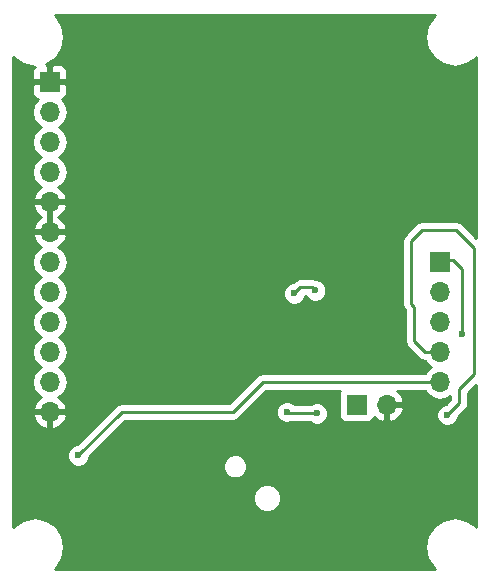
<source format=gbr>
G04 #@! TF.FileFunction,Copper,L2,Bot,Signal*
%FSLAX46Y46*%
G04 Gerber Fmt 4.6, Leading zero omitted, Abs format (unit mm)*
G04 Created by KiCad (PCBNEW 4.0.7) date 04/18/19 12:47:30*
%MOMM*%
%LPD*%
G01*
G04 APERTURE LIST*
%ADD10C,0.100000*%
%ADD11R,1.700000X1.700000*%
%ADD12O,1.700000X1.700000*%
%ADD13C,0.600000*%
%ADD14C,0.250000*%
%ADD15C,0.254000*%
G04 APERTURE END LIST*
D10*
D11*
X115570000Y-107950000D03*
D12*
X115570000Y-110490000D03*
X115570000Y-113030000D03*
X115570000Y-115570000D03*
X115570000Y-118110000D03*
X115570000Y-120650000D03*
X115570000Y-123190000D03*
X115570000Y-125730000D03*
X115570000Y-128270000D03*
X115570000Y-130810000D03*
X115570000Y-133350000D03*
X115570000Y-135890000D03*
D11*
X148590000Y-123190000D03*
D12*
X148590000Y-125730000D03*
X148590000Y-128270000D03*
X148590000Y-130810000D03*
X148590000Y-133350000D03*
D11*
X141541500Y-135280400D03*
D12*
X144081500Y-135280400D03*
D13*
X150495000Y-129286000D03*
X136271000Y-125857000D03*
X138049000Y-125603000D03*
X117983000Y-139573000D03*
X149225000Y-136144000D03*
X138176000Y-136017000D03*
X135636000Y-135890000D03*
X131318000Y-118364000D03*
X136271000Y-118491000D03*
D14*
X149733000Y-123063000D02*
X148717000Y-123063000D01*
X150495000Y-123825000D02*
X149733000Y-123063000D01*
X150495000Y-129286000D02*
X150495000Y-123825000D01*
X148717000Y-123063000D02*
X148590000Y-123190000D01*
X136271000Y-125857000D02*
X136779000Y-125349000D01*
X136779000Y-125349000D02*
X137795000Y-125349000D01*
X137795000Y-125349000D02*
X138049000Y-125603000D01*
X133604000Y-133350000D02*
X148590000Y-133350000D01*
X131064000Y-135890000D02*
X133604000Y-133350000D01*
X121666000Y-135890000D02*
X131064000Y-135890000D01*
X117983000Y-139573000D02*
X121666000Y-135890000D01*
X147320000Y-130810000D02*
X148590000Y-130810000D01*
X146431000Y-129921000D02*
X147320000Y-130810000D01*
X146431000Y-127000000D02*
X146431000Y-129921000D01*
X146177000Y-126746000D02*
X146431000Y-127000000D01*
X146177000Y-121412000D02*
X146177000Y-126746000D01*
X147066000Y-120523000D02*
X146177000Y-121412000D01*
X149987000Y-120523000D02*
X147066000Y-120523000D01*
X151511000Y-122047000D02*
X149987000Y-120523000D01*
X151511000Y-132715000D02*
X151511000Y-122047000D01*
X150241000Y-133985000D02*
X151511000Y-132715000D01*
X150241000Y-135128000D02*
X150241000Y-133985000D01*
X149225000Y-136144000D02*
X150241000Y-135128000D01*
X135763000Y-136017000D02*
X138176000Y-136017000D01*
X135636000Y-135890000D02*
X135763000Y-136017000D01*
X131826000Y-117856000D02*
X131318000Y-118364000D01*
X135636000Y-117856000D02*
X131826000Y-117856000D01*
X136271000Y-118491000D02*
X135636000Y-117856000D01*
D15*
G36*
X148087954Y-102367954D02*
X147544711Y-103180976D01*
X147353949Y-104140000D01*
X147544711Y-105099024D01*
X148087954Y-105912046D01*
X148900976Y-106455289D01*
X149860000Y-106646051D01*
X150819024Y-106455289D01*
X151632046Y-105912046D01*
X151690000Y-105825312D01*
X151690000Y-121151198D01*
X150524401Y-119985599D01*
X150277839Y-119820852D01*
X149987000Y-119763000D01*
X147066000Y-119763000D01*
X146775161Y-119820852D01*
X146528599Y-119985599D01*
X145639599Y-120874599D01*
X145474852Y-121121161D01*
X145417000Y-121412000D01*
X145417000Y-126746000D01*
X145474852Y-127036839D01*
X145639599Y-127283401D01*
X145671000Y-127314802D01*
X145671000Y-129921000D01*
X145728852Y-130211839D01*
X145893599Y-130458401D01*
X146782599Y-131347401D01*
X147029161Y-131512148D01*
X147316593Y-131569322D01*
X147510853Y-131860054D01*
X147840026Y-132080000D01*
X147510853Y-132299946D01*
X147317046Y-132590000D01*
X133604000Y-132590000D01*
X133361414Y-132638254D01*
X133313160Y-132647852D01*
X133066599Y-132812599D01*
X130749198Y-135130000D01*
X121666000Y-135130000D01*
X121375161Y-135187852D01*
X121128599Y-135352599D01*
X117843320Y-138637878D01*
X117797833Y-138637838D01*
X117454057Y-138779883D01*
X117190808Y-139042673D01*
X117048162Y-139386201D01*
X117047838Y-139758167D01*
X117189883Y-140101943D01*
X117452673Y-140365192D01*
X117796201Y-140507838D01*
X118168167Y-140508162D01*
X118511943Y-140366117D01*
X118775192Y-140103327D01*
X118917838Y-139759799D01*
X118917879Y-139712923D01*
X121980802Y-136650000D01*
X131064000Y-136650000D01*
X131354839Y-136592148D01*
X131601401Y-136427401D01*
X131953635Y-136075167D01*
X134700838Y-136075167D01*
X134842883Y-136418943D01*
X135105673Y-136682192D01*
X135449201Y-136824838D01*
X135821167Y-136825162D01*
X135937728Y-136777000D01*
X137613537Y-136777000D01*
X137645673Y-136809192D01*
X137989201Y-136951838D01*
X138361167Y-136952162D01*
X138704943Y-136810117D01*
X138968192Y-136547327D01*
X139110838Y-136203799D01*
X139111162Y-135831833D01*
X138969117Y-135488057D01*
X138706327Y-135224808D01*
X138362799Y-135082162D01*
X137990833Y-135081838D01*
X137647057Y-135223883D01*
X137613882Y-135257000D01*
X136325241Y-135257000D01*
X136166327Y-135097808D01*
X135822799Y-134955162D01*
X135450833Y-134954838D01*
X135107057Y-135096883D01*
X134843808Y-135359673D01*
X134701162Y-135703201D01*
X134700838Y-136075167D01*
X131953635Y-136075167D01*
X133918802Y-134110000D01*
X140141880Y-134110000D01*
X140095069Y-134178510D01*
X140044060Y-134430400D01*
X140044060Y-136130400D01*
X140088338Y-136365717D01*
X140227410Y-136581841D01*
X140439610Y-136726831D01*
X140691500Y-136777840D01*
X142391500Y-136777840D01*
X142626817Y-136733562D01*
X142842941Y-136594490D01*
X142987931Y-136382290D01*
X143009801Y-136274293D01*
X143314576Y-136552045D01*
X143724610Y-136721876D01*
X143954500Y-136600555D01*
X143954500Y-135407400D01*
X144208500Y-135407400D01*
X144208500Y-136600555D01*
X144438390Y-136721876D01*
X144848424Y-136552045D01*
X145276683Y-136161758D01*
X145522986Y-135637292D01*
X145402319Y-135407400D01*
X144208500Y-135407400D01*
X143954500Y-135407400D01*
X143934500Y-135407400D01*
X143934500Y-135153400D01*
X143954500Y-135153400D01*
X143954500Y-135133400D01*
X144208500Y-135133400D01*
X144208500Y-135153400D01*
X145402319Y-135153400D01*
X145522986Y-134923508D01*
X145276683Y-134399042D01*
X144959519Y-134110000D01*
X147317046Y-134110000D01*
X147510853Y-134400054D01*
X147992622Y-134721961D01*
X148560907Y-134835000D01*
X148619093Y-134835000D01*
X149187378Y-134721961D01*
X149481000Y-134525770D01*
X149481000Y-134813198D01*
X149085320Y-135208878D01*
X149039833Y-135208838D01*
X148696057Y-135350883D01*
X148432808Y-135613673D01*
X148290162Y-135957201D01*
X148289838Y-136329167D01*
X148431883Y-136672943D01*
X148694673Y-136936192D01*
X149038201Y-137078838D01*
X149410167Y-137079162D01*
X149753943Y-136937117D01*
X150017192Y-136674327D01*
X150159838Y-136330799D01*
X150159879Y-136283923D01*
X150778401Y-135665401D01*
X150943148Y-135418839D01*
X151001000Y-135128000D01*
X151001000Y-134299802D01*
X151690000Y-133610802D01*
X151690000Y-145634688D01*
X151632046Y-145547954D01*
X150819024Y-145004711D01*
X149860000Y-144813949D01*
X148900976Y-145004711D01*
X148087954Y-145547954D01*
X147544711Y-146360976D01*
X147353949Y-147320000D01*
X147544711Y-148279024D01*
X148087954Y-149092046D01*
X148174688Y-149150000D01*
X115985312Y-149150000D01*
X116072046Y-149092046D01*
X116615289Y-148279024D01*
X116806051Y-147320000D01*
X116615289Y-146360976D01*
X116072046Y-145547954D01*
X115259024Y-145004711D01*
X114300000Y-144813949D01*
X113340976Y-145004711D01*
X112527954Y-145547954D01*
X112470000Y-145634688D01*
X112470000Y-143426479D01*
X132777004Y-143426479D01*
X132957030Y-143862174D01*
X133290085Y-144195811D01*
X133725465Y-144376596D01*
X134196887Y-144377008D01*
X134632582Y-144196982D01*
X134966219Y-143863927D01*
X135147004Y-143428547D01*
X135147416Y-142957125D01*
X134967390Y-142521430D01*
X134634335Y-142187793D01*
X134198955Y-142007008D01*
X133727533Y-142006596D01*
X133291838Y-142186622D01*
X132958201Y-142519677D01*
X132777416Y-142955057D01*
X132777004Y-143426479D01*
X112470000Y-143426479D01*
X112470000Y-140705806D01*
X130260028Y-140705806D01*
X130414227Y-141078996D01*
X130699502Y-141364769D01*
X131072422Y-141519619D01*
X131476214Y-141519972D01*
X131849404Y-141365773D01*
X132135177Y-141080498D01*
X132290027Y-140707578D01*
X132290380Y-140303786D01*
X132136181Y-139930596D01*
X131850906Y-139644823D01*
X131477986Y-139489973D01*
X131074194Y-139489620D01*
X130701004Y-139643819D01*
X130415231Y-139929094D01*
X130260381Y-140302014D01*
X130260028Y-140705806D01*
X112470000Y-140705806D01*
X112470000Y-136246890D01*
X114128524Y-136246890D01*
X114298355Y-136656924D01*
X114688642Y-137085183D01*
X115213108Y-137331486D01*
X115443000Y-137210819D01*
X115443000Y-136017000D01*
X115697000Y-136017000D01*
X115697000Y-137210819D01*
X115926892Y-137331486D01*
X116451358Y-137085183D01*
X116841645Y-136656924D01*
X117011476Y-136246890D01*
X116890155Y-136017000D01*
X115697000Y-136017000D01*
X115443000Y-136017000D01*
X114249845Y-136017000D01*
X114128524Y-136246890D01*
X112470000Y-136246890D01*
X112470000Y-123190000D01*
X114055907Y-123190000D01*
X114168946Y-123758285D01*
X114490853Y-124240054D01*
X114820026Y-124460000D01*
X114490853Y-124679946D01*
X114168946Y-125161715D01*
X114055907Y-125730000D01*
X114168946Y-126298285D01*
X114490853Y-126780054D01*
X114820026Y-127000000D01*
X114490853Y-127219946D01*
X114168946Y-127701715D01*
X114055907Y-128270000D01*
X114168946Y-128838285D01*
X114490853Y-129320054D01*
X114820026Y-129540000D01*
X114490853Y-129759946D01*
X114168946Y-130241715D01*
X114055907Y-130810000D01*
X114168946Y-131378285D01*
X114490853Y-131860054D01*
X114820026Y-132080000D01*
X114490853Y-132299946D01*
X114168946Y-132781715D01*
X114055907Y-133350000D01*
X114168946Y-133918285D01*
X114490853Y-134400054D01*
X114831553Y-134627702D01*
X114688642Y-134694817D01*
X114298355Y-135123076D01*
X114128524Y-135533110D01*
X114249845Y-135763000D01*
X115443000Y-135763000D01*
X115443000Y-135743000D01*
X115697000Y-135743000D01*
X115697000Y-135763000D01*
X116890155Y-135763000D01*
X117011476Y-135533110D01*
X116841645Y-135123076D01*
X116451358Y-134694817D01*
X116308447Y-134627702D01*
X116649147Y-134400054D01*
X116971054Y-133918285D01*
X117084093Y-133350000D01*
X116971054Y-132781715D01*
X116649147Y-132299946D01*
X116319974Y-132080000D01*
X116649147Y-131860054D01*
X116971054Y-131378285D01*
X117084093Y-130810000D01*
X116971054Y-130241715D01*
X116649147Y-129759946D01*
X116319974Y-129540000D01*
X116649147Y-129320054D01*
X116971054Y-128838285D01*
X117084093Y-128270000D01*
X116971054Y-127701715D01*
X116649147Y-127219946D01*
X116319974Y-127000000D01*
X116649147Y-126780054D01*
X116971054Y-126298285D01*
X117021999Y-126042167D01*
X135335838Y-126042167D01*
X135477883Y-126385943D01*
X135740673Y-126649192D01*
X136084201Y-126791838D01*
X136456167Y-126792162D01*
X136799943Y-126650117D01*
X137063192Y-126387327D01*
X137178764Y-126109000D01*
X137246403Y-126109000D01*
X137255883Y-126131943D01*
X137518673Y-126395192D01*
X137862201Y-126537838D01*
X138234167Y-126538162D01*
X138577943Y-126396117D01*
X138841192Y-126133327D01*
X138983838Y-125789799D01*
X138984162Y-125417833D01*
X138842117Y-125074057D01*
X138579327Y-124810808D01*
X138235799Y-124668162D01*
X138117578Y-124668059D01*
X138085839Y-124646852D01*
X137795000Y-124589000D01*
X136779000Y-124589000D01*
X136488161Y-124646852D01*
X136427417Y-124687440D01*
X136241599Y-124811599D01*
X136131320Y-124921878D01*
X136085833Y-124921838D01*
X135742057Y-125063883D01*
X135478808Y-125326673D01*
X135336162Y-125670201D01*
X135335838Y-126042167D01*
X117021999Y-126042167D01*
X117084093Y-125730000D01*
X116971054Y-125161715D01*
X116649147Y-124679946D01*
X116319974Y-124460000D01*
X116649147Y-124240054D01*
X116971054Y-123758285D01*
X117084093Y-123190000D01*
X116971054Y-122621715D01*
X116649147Y-122139946D01*
X116308447Y-121912298D01*
X116451358Y-121845183D01*
X116841645Y-121416924D01*
X117011476Y-121006890D01*
X116890155Y-120777000D01*
X115697000Y-120777000D01*
X115697000Y-120797000D01*
X115443000Y-120797000D01*
X115443000Y-120777000D01*
X114249845Y-120777000D01*
X114128524Y-121006890D01*
X114298355Y-121416924D01*
X114688642Y-121845183D01*
X114831553Y-121912298D01*
X114490853Y-122139946D01*
X114168946Y-122621715D01*
X114055907Y-123190000D01*
X112470000Y-123190000D01*
X112470000Y-118466890D01*
X114128524Y-118466890D01*
X114298355Y-118876924D01*
X114688642Y-119305183D01*
X114847954Y-119380000D01*
X114688642Y-119454817D01*
X114298355Y-119883076D01*
X114128524Y-120293110D01*
X114249845Y-120523000D01*
X115443000Y-120523000D01*
X115443000Y-118237000D01*
X115697000Y-118237000D01*
X115697000Y-120523000D01*
X116890155Y-120523000D01*
X117011476Y-120293110D01*
X116841645Y-119883076D01*
X116451358Y-119454817D01*
X116292046Y-119380000D01*
X116451358Y-119305183D01*
X116841645Y-118876924D01*
X117011476Y-118466890D01*
X116890155Y-118237000D01*
X115697000Y-118237000D01*
X115443000Y-118237000D01*
X114249845Y-118237000D01*
X114128524Y-118466890D01*
X112470000Y-118466890D01*
X112470000Y-110490000D01*
X114055907Y-110490000D01*
X114168946Y-111058285D01*
X114490853Y-111540054D01*
X114820026Y-111760000D01*
X114490853Y-111979946D01*
X114168946Y-112461715D01*
X114055907Y-113030000D01*
X114168946Y-113598285D01*
X114490853Y-114080054D01*
X114820026Y-114300000D01*
X114490853Y-114519946D01*
X114168946Y-115001715D01*
X114055907Y-115570000D01*
X114168946Y-116138285D01*
X114490853Y-116620054D01*
X114831553Y-116847702D01*
X114688642Y-116914817D01*
X114298355Y-117343076D01*
X114128524Y-117753110D01*
X114249845Y-117983000D01*
X115443000Y-117983000D01*
X115443000Y-117963000D01*
X115697000Y-117963000D01*
X115697000Y-117983000D01*
X116890155Y-117983000D01*
X117011476Y-117753110D01*
X116841645Y-117343076D01*
X116451358Y-116914817D01*
X116308447Y-116847702D01*
X116649147Y-116620054D01*
X116971054Y-116138285D01*
X117084093Y-115570000D01*
X116971054Y-115001715D01*
X116649147Y-114519946D01*
X116319974Y-114300000D01*
X116649147Y-114080054D01*
X116971054Y-113598285D01*
X117084093Y-113030000D01*
X116971054Y-112461715D01*
X116649147Y-111979946D01*
X116319974Y-111760000D01*
X116649147Y-111540054D01*
X116971054Y-111058285D01*
X117084093Y-110490000D01*
X116971054Y-109921715D01*
X116649147Y-109439946D01*
X116605223Y-109410597D01*
X116779698Y-109338327D01*
X116958327Y-109159699D01*
X117055000Y-108926310D01*
X117055000Y-108235750D01*
X116896250Y-108077000D01*
X115697000Y-108077000D01*
X115697000Y-108097000D01*
X115443000Y-108097000D01*
X115443000Y-108077000D01*
X114243750Y-108077000D01*
X114085000Y-108235750D01*
X114085000Y-108926310D01*
X114181673Y-109159699D01*
X114360302Y-109338327D01*
X114534777Y-109410597D01*
X114490853Y-109439946D01*
X114168946Y-109921715D01*
X114055907Y-110490000D01*
X112470000Y-110490000D01*
X112470000Y-105825312D01*
X112527954Y-105912046D01*
X113340976Y-106455289D01*
X114279918Y-106642056D01*
X114181673Y-106740301D01*
X114085000Y-106973690D01*
X114085000Y-107664250D01*
X114243750Y-107823000D01*
X115443000Y-107823000D01*
X115443000Y-106623750D01*
X115697000Y-106623750D01*
X115697000Y-107823000D01*
X116896250Y-107823000D01*
X117055000Y-107664250D01*
X117055000Y-106973690D01*
X116958327Y-106740301D01*
X116779698Y-106561673D01*
X116546309Y-106465000D01*
X115855750Y-106465000D01*
X115697000Y-106623750D01*
X115443000Y-106623750D01*
X115284250Y-106465000D01*
X115210204Y-106465000D01*
X115259024Y-106455289D01*
X116072046Y-105912046D01*
X116615289Y-105099024D01*
X116806051Y-104140000D01*
X116615289Y-103180976D01*
X116072046Y-102367954D01*
X115985312Y-102310000D01*
X148174688Y-102310000D01*
X148087954Y-102367954D01*
X148087954Y-102367954D01*
G37*
X148087954Y-102367954D02*
X147544711Y-103180976D01*
X147353949Y-104140000D01*
X147544711Y-105099024D01*
X148087954Y-105912046D01*
X148900976Y-106455289D01*
X149860000Y-106646051D01*
X150819024Y-106455289D01*
X151632046Y-105912046D01*
X151690000Y-105825312D01*
X151690000Y-121151198D01*
X150524401Y-119985599D01*
X150277839Y-119820852D01*
X149987000Y-119763000D01*
X147066000Y-119763000D01*
X146775161Y-119820852D01*
X146528599Y-119985599D01*
X145639599Y-120874599D01*
X145474852Y-121121161D01*
X145417000Y-121412000D01*
X145417000Y-126746000D01*
X145474852Y-127036839D01*
X145639599Y-127283401D01*
X145671000Y-127314802D01*
X145671000Y-129921000D01*
X145728852Y-130211839D01*
X145893599Y-130458401D01*
X146782599Y-131347401D01*
X147029161Y-131512148D01*
X147316593Y-131569322D01*
X147510853Y-131860054D01*
X147840026Y-132080000D01*
X147510853Y-132299946D01*
X147317046Y-132590000D01*
X133604000Y-132590000D01*
X133361414Y-132638254D01*
X133313160Y-132647852D01*
X133066599Y-132812599D01*
X130749198Y-135130000D01*
X121666000Y-135130000D01*
X121375161Y-135187852D01*
X121128599Y-135352599D01*
X117843320Y-138637878D01*
X117797833Y-138637838D01*
X117454057Y-138779883D01*
X117190808Y-139042673D01*
X117048162Y-139386201D01*
X117047838Y-139758167D01*
X117189883Y-140101943D01*
X117452673Y-140365192D01*
X117796201Y-140507838D01*
X118168167Y-140508162D01*
X118511943Y-140366117D01*
X118775192Y-140103327D01*
X118917838Y-139759799D01*
X118917879Y-139712923D01*
X121980802Y-136650000D01*
X131064000Y-136650000D01*
X131354839Y-136592148D01*
X131601401Y-136427401D01*
X131953635Y-136075167D01*
X134700838Y-136075167D01*
X134842883Y-136418943D01*
X135105673Y-136682192D01*
X135449201Y-136824838D01*
X135821167Y-136825162D01*
X135937728Y-136777000D01*
X137613537Y-136777000D01*
X137645673Y-136809192D01*
X137989201Y-136951838D01*
X138361167Y-136952162D01*
X138704943Y-136810117D01*
X138968192Y-136547327D01*
X139110838Y-136203799D01*
X139111162Y-135831833D01*
X138969117Y-135488057D01*
X138706327Y-135224808D01*
X138362799Y-135082162D01*
X137990833Y-135081838D01*
X137647057Y-135223883D01*
X137613882Y-135257000D01*
X136325241Y-135257000D01*
X136166327Y-135097808D01*
X135822799Y-134955162D01*
X135450833Y-134954838D01*
X135107057Y-135096883D01*
X134843808Y-135359673D01*
X134701162Y-135703201D01*
X134700838Y-136075167D01*
X131953635Y-136075167D01*
X133918802Y-134110000D01*
X140141880Y-134110000D01*
X140095069Y-134178510D01*
X140044060Y-134430400D01*
X140044060Y-136130400D01*
X140088338Y-136365717D01*
X140227410Y-136581841D01*
X140439610Y-136726831D01*
X140691500Y-136777840D01*
X142391500Y-136777840D01*
X142626817Y-136733562D01*
X142842941Y-136594490D01*
X142987931Y-136382290D01*
X143009801Y-136274293D01*
X143314576Y-136552045D01*
X143724610Y-136721876D01*
X143954500Y-136600555D01*
X143954500Y-135407400D01*
X144208500Y-135407400D01*
X144208500Y-136600555D01*
X144438390Y-136721876D01*
X144848424Y-136552045D01*
X145276683Y-136161758D01*
X145522986Y-135637292D01*
X145402319Y-135407400D01*
X144208500Y-135407400D01*
X143954500Y-135407400D01*
X143934500Y-135407400D01*
X143934500Y-135153400D01*
X143954500Y-135153400D01*
X143954500Y-135133400D01*
X144208500Y-135133400D01*
X144208500Y-135153400D01*
X145402319Y-135153400D01*
X145522986Y-134923508D01*
X145276683Y-134399042D01*
X144959519Y-134110000D01*
X147317046Y-134110000D01*
X147510853Y-134400054D01*
X147992622Y-134721961D01*
X148560907Y-134835000D01*
X148619093Y-134835000D01*
X149187378Y-134721961D01*
X149481000Y-134525770D01*
X149481000Y-134813198D01*
X149085320Y-135208878D01*
X149039833Y-135208838D01*
X148696057Y-135350883D01*
X148432808Y-135613673D01*
X148290162Y-135957201D01*
X148289838Y-136329167D01*
X148431883Y-136672943D01*
X148694673Y-136936192D01*
X149038201Y-137078838D01*
X149410167Y-137079162D01*
X149753943Y-136937117D01*
X150017192Y-136674327D01*
X150159838Y-136330799D01*
X150159879Y-136283923D01*
X150778401Y-135665401D01*
X150943148Y-135418839D01*
X151001000Y-135128000D01*
X151001000Y-134299802D01*
X151690000Y-133610802D01*
X151690000Y-145634688D01*
X151632046Y-145547954D01*
X150819024Y-145004711D01*
X149860000Y-144813949D01*
X148900976Y-145004711D01*
X148087954Y-145547954D01*
X147544711Y-146360976D01*
X147353949Y-147320000D01*
X147544711Y-148279024D01*
X148087954Y-149092046D01*
X148174688Y-149150000D01*
X115985312Y-149150000D01*
X116072046Y-149092046D01*
X116615289Y-148279024D01*
X116806051Y-147320000D01*
X116615289Y-146360976D01*
X116072046Y-145547954D01*
X115259024Y-145004711D01*
X114300000Y-144813949D01*
X113340976Y-145004711D01*
X112527954Y-145547954D01*
X112470000Y-145634688D01*
X112470000Y-143426479D01*
X132777004Y-143426479D01*
X132957030Y-143862174D01*
X133290085Y-144195811D01*
X133725465Y-144376596D01*
X134196887Y-144377008D01*
X134632582Y-144196982D01*
X134966219Y-143863927D01*
X135147004Y-143428547D01*
X135147416Y-142957125D01*
X134967390Y-142521430D01*
X134634335Y-142187793D01*
X134198955Y-142007008D01*
X133727533Y-142006596D01*
X133291838Y-142186622D01*
X132958201Y-142519677D01*
X132777416Y-142955057D01*
X132777004Y-143426479D01*
X112470000Y-143426479D01*
X112470000Y-140705806D01*
X130260028Y-140705806D01*
X130414227Y-141078996D01*
X130699502Y-141364769D01*
X131072422Y-141519619D01*
X131476214Y-141519972D01*
X131849404Y-141365773D01*
X132135177Y-141080498D01*
X132290027Y-140707578D01*
X132290380Y-140303786D01*
X132136181Y-139930596D01*
X131850906Y-139644823D01*
X131477986Y-139489973D01*
X131074194Y-139489620D01*
X130701004Y-139643819D01*
X130415231Y-139929094D01*
X130260381Y-140302014D01*
X130260028Y-140705806D01*
X112470000Y-140705806D01*
X112470000Y-136246890D01*
X114128524Y-136246890D01*
X114298355Y-136656924D01*
X114688642Y-137085183D01*
X115213108Y-137331486D01*
X115443000Y-137210819D01*
X115443000Y-136017000D01*
X115697000Y-136017000D01*
X115697000Y-137210819D01*
X115926892Y-137331486D01*
X116451358Y-137085183D01*
X116841645Y-136656924D01*
X117011476Y-136246890D01*
X116890155Y-136017000D01*
X115697000Y-136017000D01*
X115443000Y-136017000D01*
X114249845Y-136017000D01*
X114128524Y-136246890D01*
X112470000Y-136246890D01*
X112470000Y-123190000D01*
X114055907Y-123190000D01*
X114168946Y-123758285D01*
X114490853Y-124240054D01*
X114820026Y-124460000D01*
X114490853Y-124679946D01*
X114168946Y-125161715D01*
X114055907Y-125730000D01*
X114168946Y-126298285D01*
X114490853Y-126780054D01*
X114820026Y-127000000D01*
X114490853Y-127219946D01*
X114168946Y-127701715D01*
X114055907Y-128270000D01*
X114168946Y-128838285D01*
X114490853Y-129320054D01*
X114820026Y-129540000D01*
X114490853Y-129759946D01*
X114168946Y-130241715D01*
X114055907Y-130810000D01*
X114168946Y-131378285D01*
X114490853Y-131860054D01*
X114820026Y-132080000D01*
X114490853Y-132299946D01*
X114168946Y-132781715D01*
X114055907Y-133350000D01*
X114168946Y-133918285D01*
X114490853Y-134400054D01*
X114831553Y-134627702D01*
X114688642Y-134694817D01*
X114298355Y-135123076D01*
X114128524Y-135533110D01*
X114249845Y-135763000D01*
X115443000Y-135763000D01*
X115443000Y-135743000D01*
X115697000Y-135743000D01*
X115697000Y-135763000D01*
X116890155Y-135763000D01*
X117011476Y-135533110D01*
X116841645Y-135123076D01*
X116451358Y-134694817D01*
X116308447Y-134627702D01*
X116649147Y-134400054D01*
X116971054Y-133918285D01*
X117084093Y-133350000D01*
X116971054Y-132781715D01*
X116649147Y-132299946D01*
X116319974Y-132080000D01*
X116649147Y-131860054D01*
X116971054Y-131378285D01*
X117084093Y-130810000D01*
X116971054Y-130241715D01*
X116649147Y-129759946D01*
X116319974Y-129540000D01*
X116649147Y-129320054D01*
X116971054Y-128838285D01*
X117084093Y-128270000D01*
X116971054Y-127701715D01*
X116649147Y-127219946D01*
X116319974Y-127000000D01*
X116649147Y-126780054D01*
X116971054Y-126298285D01*
X117021999Y-126042167D01*
X135335838Y-126042167D01*
X135477883Y-126385943D01*
X135740673Y-126649192D01*
X136084201Y-126791838D01*
X136456167Y-126792162D01*
X136799943Y-126650117D01*
X137063192Y-126387327D01*
X137178764Y-126109000D01*
X137246403Y-126109000D01*
X137255883Y-126131943D01*
X137518673Y-126395192D01*
X137862201Y-126537838D01*
X138234167Y-126538162D01*
X138577943Y-126396117D01*
X138841192Y-126133327D01*
X138983838Y-125789799D01*
X138984162Y-125417833D01*
X138842117Y-125074057D01*
X138579327Y-124810808D01*
X138235799Y-124668162D01*
X138117578Y-124668059D01*
X138085839Y-124646852D01*
X137795000Y-124589000D01*
X136779000Y-124589000D01*
X136488161Y-124646852D01*
X136427417Y-124687440D01*
X136241599Y-124811599D01*
X136131320Y-124921878D01*
X136085833Y-124921838D01*
X135742057Y-125063883D01*
X135478808Y-125326673D01*
X135336162Y-125670201D01*
X135335838Y-126042167D01*
X117021999Y-126042167D01*
X117084093Y-125730000D01*
X116971054Y-125161715D01*
X116649147Y-124679946D01*
X116319974Y-124460000D01*
X116649147Y-124240054D01*
X116971054Y-123758285D01*
X117084093Y-123190000D01*
X116971054Y-122621715D01*
X116649147Y-122139946D01*
X116308447Y-121912298D01*
X116451358Y-121845183D01*
X116841645Y-121416924D01*
X117011476Y-121006890D01*
X116890155Y-120777000D01*
X115697000Y-120777000D01*
X115697000Y-120797000D01*
X115443000Y-120797000D01*
X115443000Y-120777000D01*
X114249845Y-120777000D01*
X114128524Y-121006890D01*
X114298355Y-121416924D01*
X114688642Y-121845183D01*
X114831553Y-121912298D01*
X114490853Y-122139946D01*
X114168946Y-122621715D01*
X114055907Y-123190000D01*
X112470000Y-123190000D01*
X112470000Y-118466890D01*
X114128524Y-118466890D01*
X114298355Y-118876924D01*
X114688642Y-119305183D01*
X114847954Y-119380000D01*
X114688642Y-119454817D01*
X114298355Y-119883076D01*
X114128524Y-120293110D01*
X114249845Y-120523000D01*
X115443000Y-120523000D01*
X115443000Y-118237000D01*
X115697000Y-118237000D01*
X115697000Y-120523000D01*
X116890155Y-120523000D01*
X117011476Y-120293110D01*
X116841645Y-119883076D01*
X116451358Y-119454817D01*
X116292046Y-119380000D01*
X116451358Y-119305183D01*
X116841645Y-118876924D01*
X117011476Y-118466890D01*
X116890155Y-118237000D01*
X115697000Y-118237000D01*
X115443000Y-118237000D01*
X114249845Y-118237000D01*
X114128524Y-118466890D01*
X112470000Y-118466890D01*
X112470000Y-110490000D01*
X114055907Y-110490000D01*
X114168946Y-111058285D01*
X114490853Y-111540054D01*
X114820026Y-111760000D01*
X114490853Y-111979946D01*
X114168946Y-112461715D01*
X114055907Y-113030000D01*
X114168946Y-113598285D01*
X114490853Y-114080054D01*
X114820026Y-114300000D01*
X114490853Y-114519946D01*
X114168946Y-115001715D01*
X114055907Y-115570000D01*
X114168946Y-116138285D01*
X114490853Y-116620054D01*
X114831553Y-116847702D01*
X114688642Y-116914817D01*
X114298355Y-117343076D01*
X114128524Y-117753110D01*
X114249845Y-117983000D01*
X115443000Y-117983000D01*
X115443000Y-117963000D01*
X115697000Y-117963000D01*
X115697000Y-117983000D01*
X116890155Y-117983000D01*
X117011476Y-117753110D01*
X116841645Y-117343076D01*
X116451358Y-116914817D01*
X116308447Y-116847702D01*
X116649147Y-116620054D01*
X116971054Y-116138285D01*
X117084093Y-115570000D01*
X116971054Y-115001715D01*
X116649147Y-114519946D01*
X116319974Y-114300000D01*
X116649147Y-114080054D01*
X116971054Y-113598285D01*
X117084093Y-113030000D01*
X116971054Y-112461715D01*
X116649147Y-111979946D01*
X116319974Y-111760000D01*
X116649147Y-111540054D01*
X116971054Y-111058285D01*
X117084093Y-110490000D01*
X116971054Y-109921715D01*
X116649147Y-109439946D01*
X116605223Y-109410597D01*
X116779698Y-109338327D01*
X116958327Y-109159699D01*
X117055000Y-108926310D01*
X117055000Y-108235750D01*
X116896250Y-108077000D01*
X115697000Y-108077000D01*
X115697000Y-108097000D01*
X115443000Y-108097000D01*
X115443000Y-108077000D01*
X114243750Y-108077000D01*
X114085000Y-108235750D01*
X114085000Y-108926310D01*
X114181673Y-109159699D01*
X114360302Y-109338327D01*
X114534777Y-109410597D01*
X114490853Y-109439946D01*
X114168946Y-109921715D01*
X114055907Y-110490000D01*
X112470000Y-110490000D01*
X112470000Y-105825312D01*
X112527954Y-105912046D01*
X113340976Y-106455289D01*
X114279918Y-106642056D01*
X114181673Y-106740301D01*
X114085000Y-106973690D01*
X114085000Y-107664250D01*
X114243750Y-107823000D01*
X115443000Y-107823000D01*
X115443000Y-106623750D01*
X115697000Y-106623750D01*
X115697000Y-107823000D01*
X116896250Y-107823000D01*
X117055000Y-107664250D01*
X117055000Y-106973690D01*
X116958327Y-106740301D01*
X116779698Y-106561673D01*
X116546309Y-106465000D01*
X115855750Y-106465000D01*
X115697000Y-106623750D01*
X115443000Y-106623750D01*
X115284250Y-106465000D01*
X115210204Y-106465000D01*
X115259024Y-106455289D01*
X116072046Y-105912046D01*
X116615289Y-105099024D01*
X116806051Y-104140000D01*
X116615289Y-103180976D01*
X116072046Y-102367954D01*
X115985312Y-102310000D01*
X148174688Y-102310000D01*
X148087954Y-102367954D01*
M02*

</source>
